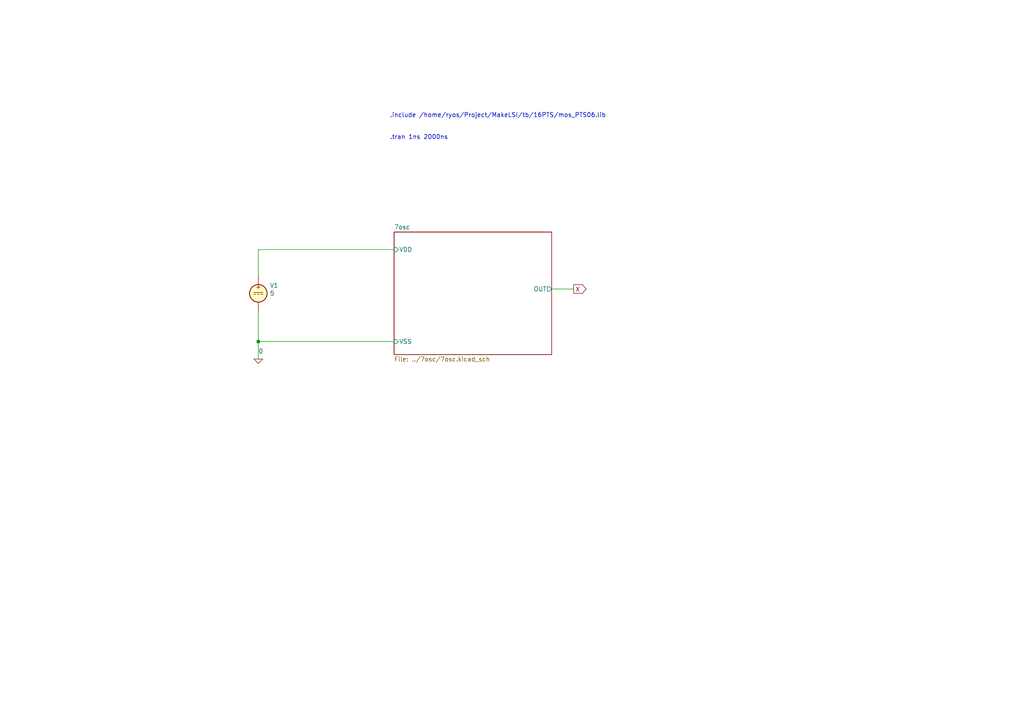
<source format=kicad_sch>
(kicad_sch (version 20230121) (generator eeschema)
  (paper "A4")
  (lib_symbols
    (symbol "OR1Symbols.lib:0" (power) (pin_names (offset 0))
      (property "Value" "0" (at 0 -1.27 0))
      (symbol "0_0_1"
        (polyline (pts (xy -1.27 0) (xy 1.27 0) (xy 0 -1.27) (xy -1.27 0)))
      )
      (symbol "0_1_1"
        (pin power_in line (at 0 0 180) (length 0) hide (name "0") (number "1"))
      )
    )
    (symbol "Simulation_SPICE:VDC" (pin_numbers hide) (pin_names (offset 0.0254))
      (property "Reference" "V" (at 2.54 2.54 0))
      (property "Value" "1" (at 2.54 0 0))
      (symbol "VDC_0_0"
        (polyline (pts (xy -1.27 0.254) (xy 1.27 0.254)))
        (polyline (pts (xy -0.762 -0.254) (xy -1.27 -0.254)))
        (polyline (pts (xy 0.254 -0.254) (xy -0.254 -0.254)))
        (polyline (pts (xy 1.27 -0.254) (xy 0.762 -0.254)))
        (text "+" (at 0 1.905 0) (effects (font (size 1.27 1.27))))
      )
      (symbol "VDC_0_1"
        (circle (center 0 0) (radius 2.54) (stroke (width 0.254)) (fill (type background)))
      )
      (symbol "VDC_1_1"
        (pin passive line (at 0 5.08 270) (length 2.54) (name "~") (number "1"))
        (pin passive line (at 0 -5.08 90) (length 2.54) (name "~") (number "2"))
      )
    )
  )
  (junction (at 74.93 99.06))
  (wire (pts (xy 74.93 72.39) (xy 114.3 72.39)))
  (wire (pts (xy 74.93 90.17) (xy 74.93 99.06)))
  (wire (pts (xy 74.93 72.39) (xy 74.93 80.01)))
  (wire (pts (xy 74.93 99.06) (xy 114.3 99.06)))
  (wire (pts (xy 74.93 99.06) (xy 74.93 104.14)))
  (wire (pts (xy 160.02 83.82) (xy 166.37 83.82)))
  (text ".tran 1ns 2000ns" (at 113.03 40.64 0) (effects (font (size 1.27 1.27)) (justify left bottom)))
  (text ".include /home/ryos/Project/MakeLSI/tb/16PTS/mos_PTS06.lib" (at 113.03 34.29 0) (effects (font (size 1.27 1.27)) (justify left bottom)))
  (global_label "X" (shape output) (at 166.37 83.82 0) (property "Intersheetrefs" "${INTERSHEET_REFS}" (effects hide)))
  (global_label "X" (shape output) (at -26.67 2.54 0) (property "Intersheetrefs" "${INTERSHEET_REFS}" (effects hide)))
  (symbol (lib_id "OR1Symbols.lib:0") (at 74.93 104.14 0) (unit 1)
    (property "Reference" "#GND01" (effects hide))
    (property "Value" "0" (at 74.93 101.8794 0) (effects (justify left)))
  )
  (symbol (lib_id "Simulation_SPICE:VDC") (at 74.93 85.09 0) (unit 1)
    (property "Reference" "V1" (at 78.232 82.7786 0) (effects (justify left)))
    (property "Value" "5" (at 78.232 85.09 0) (effects (justify left)))
    (property "Sim.Device" "V" (effects hide))
    (property "Sim.Type" "DC" (effects hide))
    (property "Sim.Pins" "1=+ 2=-" (effects hide))
  )
  (sheet (at 114.3 67.31) (size 45.72 35.56) (stroke (width 0.1524))
    (property "Sheetname" "7osc" (at 114.3 66.5984 0) (effects (justify left bottom)))
    (property "Sheetfile" "../7osc/7osc.kicad_sch" (at 114.3 103.4546 0) (effects (justify left top)))
    (pin "OUT" output (at 160.02 83.82 0))
    (pin "VSS" input (at 114.3 99.06 180))
    (pin "VDD" input (at 114.3 72.39 180))
  )
)
</source>
